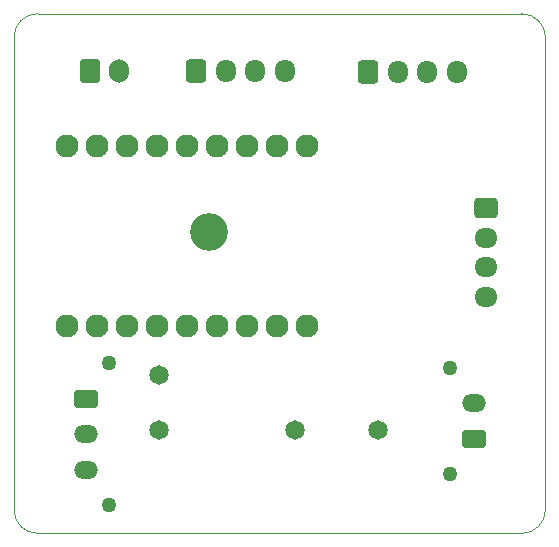
<source format=gbs>
G04 #@! TF.GenerationSoftware,KiCad,Pcbnew,(6.0.7)*
G04 #@! TF.CreationDate,2022-12-11T16:42:55+01:00*
G04 #@! TF.ProjectId,StartStop_PCB,53746172-7453-4746-9f70-5f5043422e6b,rev?*
G04 #@! TF.SameCoordinates,Original*
G04 #@! TF.FileFunction,Soldermask,Bot*
G04 #@! TF.FilePolarity,Negative*
%FSLAX46Y46*%
G04 Gerber Fmt 4.6, Leading zero omitted, Abs format (unit mm)*
G04 Created by KiCad (PCBNEW (6.0.7)) date 2022-12-11 16:42:55*
%MOMM*%
%LPD*%
G01*
G04 APERTURE LIST*
G04 Aperture macros list*
%AMRoundRect*
0 Rectangle with rounded corners*
0 $1 Rounding radius*
0 $2 $3 $4 $5 $6 $7 $8 $9 X,Y pos of 4 corners*
0 Add a 4 corners polygon primitive as box body*
4,1,4,$2,$3,$4,$5,$6,$7,$8,$9,$2,$3,0*
0 Add four circle primitives for the rounded corners*
1,1,$1+$1,$2,$3*
1,1,$1+$1,$4,$5*
1,1,$1+$1,$6,$7*
1,1,$1+$1,$8,$9*
0 Add four rect primitives between the rounded corners*
20,1,$1+$1,$2,$3,$4,$5,0*
20,1,$1+$1,$4,$5,$6,$7,0*
20,1,$1+$1,$6,$7,$8,$9,0*
20,1,$1+$1,$8,$9,$2,$3,0*%
G04 Aperture macros list end*
G04 #@! TA.AperFunction,Profile*
%ADD10C,0.100000*%
G04 #@! TD*
%ADD11RoundRect,0.250000X-0.600000X-0.750000X0.600000X-0.750000X0.600000X0.750000X-0.600000X0.750000X0*%
%ADD12O,1.700000X2.000000*%
%ADD13C,1.270000*%
%ADD14RoundRect,0.250001X-0.759999X0.499999X-0.759999X-0.499999X0.759999X-0.499999X0.759999X0.499999X0*%
%ADD15O,2.020000X1.500000*%
%ADD16RoundRect,0.250000X-0.725000X0.600000X-0.725000X-0.600000X0.725000X-0.600000X0.725000X0.600000X0*%
%ADD17O,1.950000X1.700000*%
%ADD18C,1.955800*%
%ADD19RoundRect,0.250000X-0.600000X-0.725000X0.600000X-0.725000X0.600000X0.725000X-0.600000X0.725000X0*%
%ADD20O,1.700000X1.950000*%
%ADD21C,3.200000*%
%ADD22C,1.650000*%
%ADD23RoundRect,0.250001X0.759999X-0.499999X0.759999X0.499999X-0.759999X0.499999X-0.759999X-0.499999X0*%
G04 APERTURE END LIST*
D10*
X144000000Y-81000000D02*
G75*
G03*
X146000000Y-79000000I0J2000000D01*
G01*
X103000000Y-37000000D02*
G75*
G03*
X101000000Y-39000000I0J-2000000D01*
G01*
X146000000Y-79000000D02*
X146000000Y-39000000D01*
X144000000Y-37000000D02*
X103000000Y-37000000D01*
X101000000Y-39000000D02*
X101000000Y-79000000D01*
X146000000Y-39000000D02*
G75*
G03*
X144000000Y-37000000I-2000000J0D01*
G01*
X101000000Y-79000000D02*
G75*
G03*
X103000000Y-81000000I2000000J0D01*
G01*
X103000000Y-81000000D02*
X144000000Y-81000000D01*
D11*
X107436600Y-41893000D03*
D12*
X109936600Y-41893000D03*
D13*
X109021000Y-78596000D03*
X109021000Y-66596000D03*
D14*
X107061000Y-69596000D03*
D15*
X107061000Y-72596000D03*
X107061000Y-75596000D03*
D16*
X140970000Y-53467000D03*
D17*
X140970000Y-55967000D03*
X140970000Y-58467000D03*
X140970000Y-60967000D03*
D18*
X105535191Y-48185000D03*
X108075191Y-48185000D03*
X110615191Y-48185000D03*
X113155191Y-48185000D03*
X115695191Y-48185000D03*
X118235191Y-48185000D03*
X120775191Y-48185000D03*
X123315191Y-48185000D03*
X125855191Y-48185000D03*
X125855191Y-63425000D03*
X123315191Y-63425000D03*
X120775191Y-63425000D03*
X118235191Y-63425000D03*
X115695191Y-63425000D03*
X113155191Y-63425000D03*
X110615191Y-63425000D03*
X108075191Y-63425000D03*
X105535191Y-63425000D03*
D19*
X116448200Y-41884600D03*
D20*
X118948200Y-41884600D03*
X121448200Y-41884600D03*
X123948200Y-41884600D03*
D21*
X117500000Y-55500000D03*
D19*
X130997000Y-41923000D03*
D20*
X133497000Y-41923000D03*
X135997000Y-41923000D03*
X138497000Y-41923000D03*
D22*
X113323000Y-67576600D03*
X113323000Y-72276600D03*
X124823000Y-72276600D03*
X131823000Y-72276600D03*
D13*
X137960000Y-76001000D03*
X137960000Y-67001000D03*
D23*
X139920000Y-73001000D03*
D15*
X139920000Y-70001000D03*
M02*

</source>
